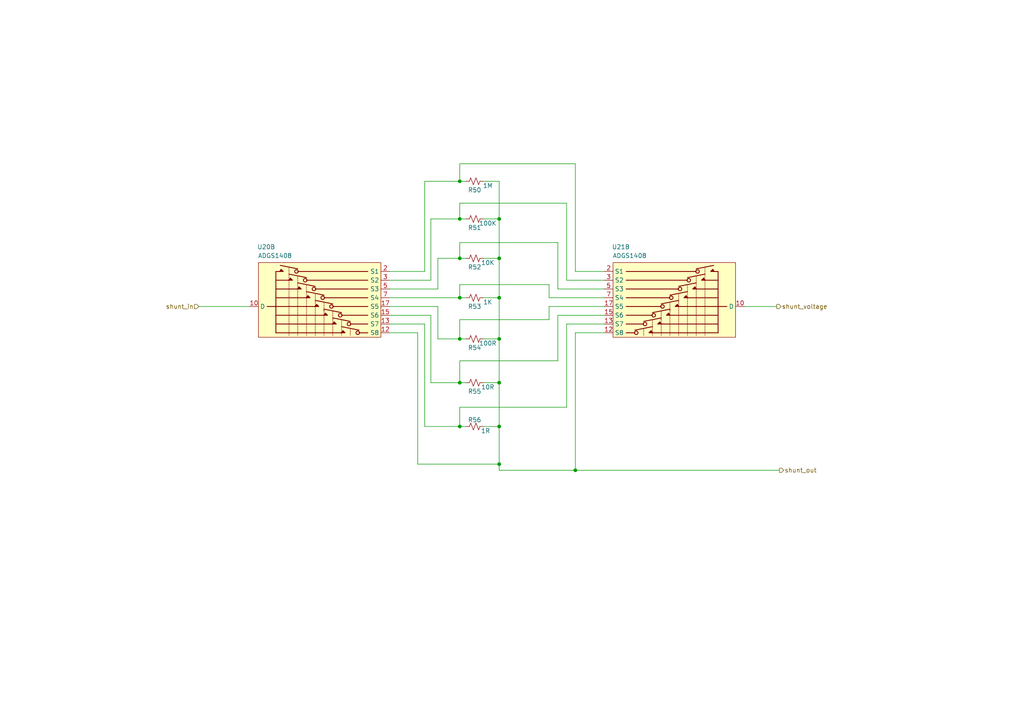
<source format=kicad_sch>
(kicad_sch (version 20211123) (generator eeschema)
  (paper "A4")
  (lib_symbols
    (symbol "ADGS1408-MAGI_Symbols_1"
      (property "Reference" "U" (at -1.27 16.51 0))
      (property "Value" "ADGS1408-MAGI_Symbols_1" (at 10.16 13.97 0))
      (symbol "ADGS1408-MAGI_Symbols_1_1_1"
        (rectangle (start -19.05 13.97) (end 16.51 -13.97) (stroke (width 0.254)) (fill (type background)))
        (rectangle (start -11.43 1.27) (end 8.89 -1.27) (stroke (width 0.254)))
        (polyline (pts (xy -10.16 1.524) (xy -10.16 1.778)))
        (polyline (pts (xy -10.16 2.032) (xy -10.16 2.286)))
        (polyline (pts (xy -10.16 2.54) (xy -10.16 2.794)))
        (polyline (pts (xy -10.16 3.048) (xy -10.16 3.302)))
        (polyline (pts (xy -10.16 3.556) (xy -10.16 3.81)))
        (polyline (pts (xy -10.16 4.064) (xy -10.16 4.318)))
        (polyline (pts (xy -10.16 4.572) (xy -10.16 4.826)))
        (polyline (pts (xy -7.62 1.524) (xy -7.62 1.778)))
        (polyline (pts (xy -7.62 2.032) (xy -7.62 2.286)))
        (polyline (pts (xy -7.62 2.54) (xy -7.62 2.794)))
        (polyline (pts (xy -7.62 3.048) (xy -7.62 3.302)))
        (polyline (pts (xy -7.62 3.556) (xy -7.62 3.81)))
        (polyline (pts (xy -7.62 4.064) (xy -7.62 4.318)))
        (polyline (pts (xy -7.62 4.572) (xy -7.62 4.826)))
        (polyline (pts (xy -7.62 5.08) (xy -7.62 5.334)))
        (polyline (pts (xy -5.08 1.524) (xy -5.08 1.778)))
        (polyline (pts (xy -5.08 2.032) (xy -5.08 2.286)))
        (polyline (pts (xy -5.08 2.54) (xy -5.08 2.794)))
        (polyline (pts (xy -5.08 3.048) (xy -5.08 3.302)))
        (polyline (pts (xy -5.08 3.556) (xy -5.08 3.81)))
        (polyline (pts (xy -5.08 4.064) (xy -5.08 4.318)))
        (polyline (pts (xy -5.08 4.572) (xy -5.08 4.826)))
        (polyline (pts (xy -5.08 5.08) (xy -5.08 5.334)))
        (polyline (pts (xy -2.54 1.524) (xy -2.54 1.778)))
        (polyline (pts (xy -2.54 2.032) (xy -2.54 2.286)))
        (polyline (pts (xy -2.54 2.54) (xy -2.54 2.794)))
        (polyline (pts (xy -2.54 3.048) (xy -2.54 3.302)))
        (polyline (pts (xy -2.54 3.556) (xy -2.54 3.81)))
        (polyline (pts (xy -2.54 4.064) (xy -2.54 4.318)))
        (polyline (pts (xy -2.54 4.572) (xy -2.54 4.826)))
        (polyline (pts (xy -2.54 5.08) (xy -2.54 5.334)))
        (polyline (pts (xy 0 1.524) (xy 0 1.778)))
        (polyline (pts (xy 0 2.032) (xy 0 2.286)))
        (polyline (pts (xy 0 2.54) (xy 0 2.794)))
        (polyline (pts (xy 0 3.048) (xy 0 3.302)))
        (polyline (pts (xy 0 3.556) (xy 0 3.81)))
        (polyline (pts (xy 0 4.064) (xy 0 4.318)))
        (polyline (pts (xy 0 4.572) (xy 0 4.826)))
        (polyline (pts (xy 0 5.08) (xy 0 5.334)))
        (polyline (pts (xy 2.54 1.524) (xy 2.54 1.778)))
        (polyline (pts (xy 2.54 2.032) (xy 2.54 2.286)))
        (polyline (pts (xy 2.54 2.54) (xy 2.54 2.794)))
        (polyline (pts (xy 2.54 3.048) (xy 2.54 3.302)))
        (polyline (pts (xy 2.54 3.556) (xy 2.54 3.81)))
        (polyline (pts (xy 2.54 4.064) (xy 2.54 4.318)))
        (polyline (pts (xy 2.54 4.572) (xy 2.54 4.826)))
        (polyline (pts (xy 2.54 5.08) (xy 2.54 5.334)))
        (polyline (pts (xy 5.08 1.524) (xy 5.08 1.778)))
        (polyline (pts (xy 5.08 2.032) (xy 5.08 2.286)))
        (polyline (pts (xy 5.08 2.54) (xy 5.08 2.794)))
        (polyline (pts (xy 5.08 3.048) (xy 5.08 3.302)))
        (polyline (pts (xy 5.08 3.556) (xy 5.08 3.81)))
        (polyline (pts (xy 5.08 4.064) (xy 5.08 4.318)))
        (polyline (pts (xy 5.08 4.572) (xy 5.08 4.826)))
        (polyline (pts (xy 5.08 5.08) (xy 5.08 5.334)))
        (polyline (pts (xy 7.62 1.524) (xy 7.62 1.778)))
        (polyline (pts (xy 7.62 2.032) (xy 7.62 2.286)))
        (polyline (pts (xy 7.62 2.54) (xy 7.62 2.794)))
        (polyline (pts (xy 7.62 3.048) (xy 7.62 3.302)))
        (polyline (pts (xy 7.62 3.556) (xy 7.62 3.81)))
        (polyline (pts (xy 7.62 4.064) (xy 7.62 4.318)))
        (polyline (pts (xy 7.62 4.572) (xy 7.62 4.826)))
        (polyline (pts (xy 7.62 5.08) (xy 7.62 5.334)))
        (polyline (pts (xy -12.7 -11.43) (xy -6.35 -11.43) (xy -6.35 -1.27)) (stroke (width 0.254)))
        (polyline (pts (xy -12.7 -8.89) (xy -7.62 -8.89) (xy -7.62 -1.27)) (stroke (width 0.254)))
        (polyline (pts (xy -12.7 -3.81) (xy -10.16 -3.81) (xy -10.16 -1.27)) (stroke (width 0.254)))
        (polyline (pts (xy -12.7 -6.35) (xy -8.89 -6.35) (xy -8.89 -3.81) (xy -8.89 -1.27)) (stroke (width 0.254)))
        (text "SHIFT REGISTER" (at -1.27 0 0) (effects (font (size 1.27 1.27))))
        (pin power_in line (at -3.81 -16.51 90) (length 2.54) (name "VSS") (number "1"))
        (pin input line (at -2.54 16.51 270) (length 2.54) (name "~{RST}") (number "14"))
        (pin input line (at 19.05 11.43 180) (length 2.54) (name "CNV") (number "16"))
        (pin power_in line (at 2.54 16.51 270) (length 2.54) (name "VDD") (number "18"))
        (pin output line (at 19.05 8.89 180) (length 2.54) (name "GPO1") (number "19"))
        (pin output line (at 19.05 -8.89 180) (length 2.54) (name "SDO") (number "20"))
        (pin input line (at -21.59 -6.35 0) (length 2.54) (name "~{CS}") (number "21"))
        (pin input line (at -21.59 -8.89 0) (length 2.54) (name "SCLK") (number "22"))
        (pin input line (at 19.05 -6.35 180) (length 2.54) (name "SDI") (number "23"))
        (pin output line (at 19.05 6.35 180) (length 2.54) (name "GPO2") (number "24"))
        (pin power_in line (at -3.81 -16.51 90) (length 2.54) hide (name "VSS") (number "25"))
        (pin power_in line (at 1.27 -16.51 90) (length 2.54) (name "GND") (number "4"))
        (pin output line (at 19.05 3.81 180) (length 2.54) (name "GPO3") (number "6"))
      )
      (symbol "ADGS1408-MAGI_Symbols_1_2_1"
        (circle (center -8.509 -8.89) (radius 0.508) (stroke (width 0.254)))
        (circle (center -5.969 -6.35) (radius 0.508) (stroke (width 0.254)))
        (circle (center -3.429 -3.81) (radius 0.508) (stroke (width 0.254)))
        (circle (center -0.889 -1.27) (radius 0.508) (stroke (width 0.254)))
        (polyline (pts (xy -8.89 -8.89) (xy -11.43 -8.89)) (stroke (width 0.254)))
        (polyline (pts (xy -8.89 -8.128) (xy -3.81 -7.112)) (stroke (width 0.254)))
        (polyline (pts (xy -6.35 -9.652) (xy -6.35 -9.398)))
        (polyline (pts (xy -6.35 -9.144) (xy -6.35 -8.89)))
        (polyline (pts (xy -6.35 -8.636) (xy -6.35 -8.382)))
        (polyline (pts (xy -6.35 -8.128) (xy -6.35 -7.874)))
        (polyline (pts (xy -6.35 -6.35) (xy -11.43 -6.35)) (stroke (width 0.254)))
        (polyline (pts (xy -6.35 -5.588) (xy -1.27 -4.572)) (stroke (width 0.254)))
        (polyline (pts (xy -3.81 -9.652) (xy -3.81 -9.398)))
        (polyline (pts (xy -3.81 -9.144) (xy -3.81 -8.89)))
        (polyline (pts (xy -3.81 -8.89) (xy 15.24 -8.89)) (stroke (width 0.254)))
        (polyline (pts (xy -3.81 -8.636) (xy -3.81 -8.382)))
        (polyline (pts (xy -3.81 -8.128) (xy -3.81 -7.874)))
        (polyline (pts (xy -3.81 -7.62) (xy -3.81 -7.366)))
        (polyline (pts (xy -3.81 -7.112) (xy -3.81 -6.858)))
        (polyline (pts (xy -3.81 -6.604) (xy -3.81 -6.35)))
        (polyline (pts (xy -3.81 -6.096) (xy -3.81 -5.842)))
        (polyline (pts (xy -3.81 -5.588) (xy -3.81 -5.334)))
        (polyline (pts (xy -3.81 -3.81) (xy -11.43 -3.81)) (stroke (width 0.254)))
        (polyline (pts (xy -3.81 -3.048) (xy 1.27 -2.032)) (stroke (width 0.254)))
        (polyline (pts (xy -1.27 -9.652) (xy -1.27 -9.398)))
        (polyline (pts (xy -1.27 -9.144) (xy -1.27 -8.89)))
        (polyline (pts (xy -1.27 -8.636) (xy -1.27 -8.382)))
        (polyline (pts (xy -1.27 -8.128) (xy -1.27 -7.874)))
        (polyline (pts (xy -1.27 -7.62) (xy -1.27 -7.366)))
        (polyline (pts (xy -1.27 -7.112) (xy -1.27 -6.858)))
        (polyline (pts (xy -1.27 -6.604) (xy -1.27 -6.35)))
        (polyline (pts (xy -1.27 -6.35) (xy 15.24 -6.35)) (stroke (width 0.254)))
        (polyline (pts (xy -1.27 -6.096) (xy -1.27 -5.842)))
        (polyline (pts (xy -1.27 -5.588) (xy -1.27 -5.334)))
        (polyline (pts (xy -1.27 -5.08) (xy -1.27 -4.826)))
        (polyline (pts (xy -1.27 -5.08) (xy -1.27 -4.826)))
        (polyline (pts (xy -1.27 -5.08) (xy -1.27 -4.826)))
        (polyline (pts (xy -1.27 -5.08) (xy -1.27 -4.826)))
        (polyline (pts (xy -1.27 -4.572) (xy -1.27 -4.318)))
        (polyline (pts (xy -1.27 -4.064) (xy -1.27 -3.81)))
        (polyline (pts (xy -1.27 -3.556) (xy -1.27 -3.302)))
        (polyline (pts (xy -1.27 -3.048) (xy -1.27 -2.794)))
        (polyline (pts (xy -1.27 -1.27) (xy -11.43 -1.27)) (stroke (width 0.254)))
        (polyline (pts (xy -1.27 -0.508) (xy 3.81 0.508)) (stroke (width 0.254)))
        (polyline (pts (xy 1.27 -9.652) (xy 1.27 -9.398)))
        (polyline (pts (xy 1.27 -9.144) (xy 1.27 -8.89)))
        (polyline (pts (xy 1.27 -8.636) (xy 1.27 -8.382)))
        (polyline (pts (xy 1.27 -8.128) (xy 1.27 -7.874)))
        (polyline (pts (xy 1.27 -7.62) (xy 1.27 -7.366)))
        (polyline (pts (xy 1.27 -7.112) (xy 1.27 -6.858)))
        (polyline (pts (xy 1.27 -6.604) (xy 1.27 -6.35)))
        (polyline (pts (xy 1.27 -6.096) (xy 1.27 -5.842)))
        (polyline (pts (xy 1.27 -5.588) (xy 1.27 -5.334)))
        (polyline (pts (xy 1.27 -5.08) (xy 1.27 -4.826)))
        (polyline (pts (xy 1.27 -4.572) (xy 1.27 -4.318)))
        (polyline (pts (xy 1.27 -4.064) (xy 1.27 -3.81)))
        (polyline (pts (xy 1.27 -3.81) (xy 15.24 -3.81)) (stroke (width 0.254)))
        (polyline (pts (xy 1.27 -3.556) (xy 1.27 -3.302)))
        (polyline (pts (xy 1.27 -3.048) (xy 1.27 -2.794)))
        (polyline (pts (xy 1.27 -2.54) (xy 1.27 -2.286)))
        (polyline (pts (xy 1.27 -2.54) (xy 1.27 -2.286)))
        (polyline (pts (xy 1.27 -2.54) (xy 1.27 -2.286)))
        (polyline (pts (xy 1.27 -2.032) (xy 1.27 -1.778)))
        (polyline (pts (xy 1.27 -1.524) (xy 1.27 -1.27)))
        (polyline (pts (xy 1.27 -1.016) (xy 1.27 -0.762)))
        (polyline (pts (xy 1.27 -0.508) (xy 1.27 -0.254)))
        (polyline (pts (xy 1.27 1.27) (xy -11.43 1.27)) (stroke (width 0.254)))
        (polyline (pts (xy 1.27 2.032) (xy 6.35 3.048)) (stroke (width 0.254)))
        (polyline (pts (xy 3.81 -9.652) (xy 3.81 -9.398)))
        (polyline (pts (xy 3.81 -9.144) (xy 3.81 -8.89)))
        (polyline (pts (xy 3.81 -8.636) (xy 3.81 -8.382)))
        (polyline (pts (xy 3.81 -8.128) (xy 3.81 -7.874)))
        (polyline (pts (xy 3.81 -7.62) (xy 3.81 -7.366)))
        (polyline (pts (xy 3.81 -7.112) (xy 3.81 -6.858)))
        (polyline (pts (xy 3.81 -6.604) (xy 3.81 -6.35)))
        (polyline (pts (xy 3.81 -6.096) (xy 3.81 -5.842)))
        (polyline (pts (xy 3.81 -5.588) (xy 3.81 -5.334)))
        (polyline (pts (xy 3.81 -5.08) (xy 3.81 -4.826)))
        (polyline (pts (xy 3.81 -4.572) (xy 3.81 -4.318)))
        (polyline (pts (xy 3.81 -4.064) (xy 3.81 -3.81)))
        (polyline (pts (xy 3.81 -3.556) (xy 3.81 -3.302)))
        (polyline (pts (xy 3.81 -3.048) (xy 3.81 -2.794)))
        (polyline (pts (xy 3.81 -2.54) (xy 3.81 -2.286)))
        (polyline (pts (xy 3.81 -2.032) (xy 3.81 -1.778)))
        (polyline (pts (xy 3.81 -1.524) (xy 3.81 -1.27)))
        (polyline (pts (xy 3.81 -1.27) (xy 15.24 -1.27)) (stroke (width 0.254)))
        (polyline (pts (xy 3.81 -1.016) (xy 3.81 -0.762)))
        (polyline (pts (xy 3.81 -0.508) (xy 3.81 -0.254)))
        (polyline (pts (xy 3.81 0) (xy 3.81 0.254)))
        (polyline (pts (xy 3.81 0) (xy 3.81 0.254)))
        (polyline (pts (xy 3.81 0.508) (xy 3.81 0.762)))
        (polyline (pts (xy 3.81 1.016) (xy 3.81 1.27)))
        (polyline (pts (xy 3.81 1.524) (xy 3.81 1.778)))
        (polyline (pts (xy 3.81 2.032) (xy 3.81 2.286)))
        (polyline (pts (xy 3.81 3.81) (xy -11.43 3.81)) (stroke (width 0.254)))
        (polyline (pts (xy 3.81 4.572) (xy 8.89 5.588)) (stroke (width 0.254)))
        (polyline (pts (xy 6.35 -9.652) (xy 6.35 -9.398)))
        (polyline (pts (xy 6.35 -9.144) (xy 6.35 -8.89)))
        (polyline (pts (xy 6.35 -8.636) (xy 6.35 -8.382)))
        (polyline (pts (xy 6.35 -8.128) (xy 6.35 -7.874)))
        (polyline (pts (xy 6.35 -7.62) (xy 6.35 -7.366)))
        (polyline (pts (xy 6.35 -7.112) (xy 6.35 -6.858)))
        (polyline (pts (xy 6.35 -6.604) (xy 6.35 -6.35)))
        (polyline (pts (xy 6.35 -6.096) (xy 6.35 -5.842)))
        (polyline (pts (xy 6.35 -5.588) (xy 6.35 -5.334)))
        (polyline (pts (xy 6.35 -5.08) (xy 6.35 -4.826)))
        (polyline (pts (xy 6.35 -4.572) (xy 6.35 -4.318)))
        (polyline (pts (xy 6.35 -4.064) (xy 6.35 -3.81)))
        (polyline (pts (xy 6.35 -3.556) (xy 6.35 -3.302)))
        (polyline (pts (xy 6.35 -3.048) (xy 6.35 -2.794)))
        (polyline (pts (xy 6.35 -2.54) (xy 6.35 -2.286)))
        (polyline (pts (xy 6.35 -2.032) (xy 6.35 -1.778)))
        (polyline (pts (xy 6.35 -1.524) (xy 6.35 -1.27)))
        (polyline (pts (xy 6.35 -1.016) (xy 6.35 -0.762)))
        (polyline (pts (xy 6.35 -0.508) (xy 6.35 -0.254)))
        (polyline (pts (xy 6.35 0) (xy 6.35 0.254)))
        (polyline (pts (xy 6.35 0.508) (xy 6.35 0.762)))
        (polyline (pts (xy 6.35 1.016) (xy 6.35 1.27)))
        (polyline (pts (xy 6.35 1.27) (xy 15.24 1.27)) (stroke (width 0.254)))
        (polyline (pts (xy 6.35 1.524) (xy 6.35 1.778)))
        (polyline (pts (xy 6.35 2.032) (xy 6.35 2.286)))
        (polyline (pts (xy 6.35 2.54) (xy 6.35 2.794)))
        (polyline (pts (xy 6.35 3.048) (xy 6.35 3.302)))
        (polyline (pts (xy 6.35 3.556) (xy 6.35 3.81)))
        (polyline (pts (xy 6.35 4.064) (xy 6.35 4.318)))
        (polyline (pts (xy 6.35 4.572) (xy 6.35 4.826)))
        (polyline (pts (xy 6.35 6.35) (xy -11.43 6.35)) (stroke (width 0.254)))
        (polyline (pts (xy 6.35 7.112) (xy 11.43 8.128)) (stroke (width 0.254)))
        (polyline (pts (xy 8.89 -9.652) (xy 8.89 -9.398)))
        (polyline (pts (xy 8.89 -9.144) (xy 8.89 -8.89)))
        (polyline (pts (xy 8.89 -8.636) (xy 8.89 -8.382)))
        (polyline (pts (xy 8.89 -8.128) (xy 8.89 -7.874)))
        (polyline (pts (xy 8.89 -7.62) (xy 8.89 -7.366)))
        (polyline (pts (xy 8.89 -7.112) (xy 8.89 -6.858)))
        (polyline (pts (xy 8.89 -6.604) (xy 8.89 -6.35)))
        (polyline (pts (xy 8.89 -6.096) (xy 8.89 -5.842)))
        (polyline (pts (xy 8.89 -5.588) (xy 8.89 -5.334)))
        (polyline (pts (xy 8.89 -5.08) (xy 8.89 -4.826)))
        (polyline (pts (xy 8.89 -4.572) (xy 8.89 -4.318)))
        (polyline (pts (xy 8.89 -4.064) (xy 8.89 -3.81)))
        (polyline (pts (xy 8.89 -3.556) (xy 8.89 -3.302)))
        (polyline (pts (xy 8.89 -3.048) (xy 8.89 -2.794)))
        (polyline (pts (xy 8.89 -2.54) (xy 8.89 -2.286)))
        (polyline (pts (xy 8.89 -2.032) (xy 8.89 -1.778)))
        (polyline (pts (xy 8.89 -1.524) (xy 8.89 -1.27)))
        (polyline (pts (xy 8.89 -1.016) (xy 8.89 -0.762)))
        (polyline (pts (xy 8.89 -0.508) (xy 8.89 -0.254)))
        (polyline (pts (xy 8.89 0) (xy 8.89 0.254)))
        (polyline (pts (xy 8.89 0.508) (xy 8.89 0.762)))
        (polyline (pts (xy 8.89 1.016) (xy 8.89 1.27)))
        (polyline (pts (xy 8.89 1.524) (xy 8.89 1.778)))
        (polyline (pts (xy 8.89 2.032) (xy 8.89 2.286)))
        (polyline (pts (xy 8.89 2.54) (xy 8.89 2.794)))
        (polyline (pts (xy 8.89 3.048) (xy 8.89 3.302)))
        (polyline (pts (xy 8.89 3.556) (xy 8.89 3.81)))
        (polyline (pts (xy 8.89 3.81) (xy 15.24 3.81)) (stroke (width 0.254)))
        (polyline (pts (xy 8.89 4.064) (xy 8.89 4.318)))
        (polyline (pts (xy 8.89 4.572) (xy 8.89 4.826)))
        (polyline (pts (xy 8.89 5.08) (xy 8.89 5.334)))
        (polyline (pts (xy 8.89 5.588) (xy 8.89 5.842)))
        (polyline (pts (xy 8.89 6.096) (xy 8.89 6.35)))
        (polyline (pts (xy 8.89 6.604) (xy 8.89 6.858)))
        (polyline (pts (xy 8.89 7.112) (xy 8.89 7.366)))
        (polyline (pts (xy 8.89 8.89) (xy -11.43 8.89)) (stroke (width 0.254)))
        (polyline (pts (xy 8.89 9.652) (xy 13.97 10.668)) (stroke (width 0.254)))
        (polyline (pts (xy 11.43 -9.652) (xy 11.43 -9.398)))
        (polyline (pts (xy 11.43 -9.144) (xy 11.43 -8.89)))
        (polyline (pts (xy 11.43 -8.636) (xy 11.43 -8.382)))
        (polyline (pts (xy 11.43 -8.128) (xy 11.43 -7.874)))
        (polyline (pts (xy 11.43 -7.62) (xy 11.43 -7.366)))
        (polyline (pts (xy 11.43 -7.112) (xy 11.43 -6.858)))
        (polyline (pts (xy 11.43 -6.604) (xy 11.43 -6.35)))
        (polyline (pts (xy 11.43 -6.096) (xy 11.43 -5.842)))
        (polyline (pts (xy 11.43 -5.588) (xy 11.43 -5.334)))
        (polyline (pts (xy 11.43 -5.08) (xy 11.43 -4.826)))
        (polyline (pts (xy 11.43 -4.572) (xy 11.43 -4.318)))
        (polyline (pts (xy 11.43 -4.064) (xy 11.43 -3.81)))
        (polyline (pts (xy 11.43 -3.556) (xy 11.43 -3.302)))
        (polyline (pts (xy 11.43 -3.048) (xy 11.43 -2.794)))
        (polyline (pts (xy 11.43 -2.54) (xy 11.43 -2.286)))
        (polyline (pts (xy 11.43 -2.032) (xy 11.43 -1.778)))
        (polyline (pts (xy 11.43 -1.524) (xy 11.43 -1.27)))
        (polyline (pts (xy 11.43 -1.016) (xy 11.43 -0.762)))
        (polyline (pts (xy 11.43 -0.508) (xy 11.43 -0.254)))
        (polyline (pts (xy 11.43 0) (xy 11.43 0.254)))
        (polyline (pts (xy 11.43 0.508) (xy 11.43 0.762)))
        (polyline (pts (xy 11.43 1.016) (xy 11.43 1.27)))
        (polyline (pts (xy 11.43 1.524) (xy 11.43 1.778)))
        (polyline (pts (xy 11.43 2.032) (xy 11.43 2.286)))
        (polyline (pts (xy 11.43 2.54) (xy 11.43 2.794)))
        (polyline (pts (xy 11.43 3.048) (xy 11.43 3.302)))
        (polyline (pts (xy 11.43 3.556) (xy 11.43 3.81)))
        (polyline (pts (xy 11.43 4.064) (xy 11.43 4.318)))
        (polyline (pts (xy 11.43 4.572) (xy 11.43 4.826)))
        (polyline (pts (xy 11.43 5.08) (xy 11.43 5.334)))
        (polyline (pts (xy 11.43 5.588) (xy 11.43 5.842)))
        (polyline (pts (xy 11.43 6.096) (xy 11.43 6.35)))
        (polyline (pts (xy 11.43 6.35) (xy 15.24 6.35)) (stroke (width 0.254)))
        (polyline (pts (xy 11.43 6.604) (xy 11.43 6.858)))
        (polyline (pts (xy 11.43 7.112) (xy 11.43 7.366)))
        (polyline (pts (xy 11.43 7.62) (xy 11.43 7.874)))
        (polyline (pts (xy 11.43 8.128) (xy 11.43 8.382)))
        (polyline (pts (xy 11.43 8.636) (xy 11.43 8.89)))
        (polyline (pts (xy 11.43 9.144) (xy 11.43 9.398)))
        (polyline (pts (xy 11.43 9.652) (xy 11.43 9.906)))
        (polyline (pts (xy 13.97 8.89) (xy 15.24 8.89)) (stroke (width 0.254)))
        (polyline (pts (xy 15.24 -1.27) (xy 17.78 -1.27)) (stroke (width 0.254)))
        (polyline (pts (xy 15.24 8.89) (xy 15.24 -8.89)) (stroke (width 0.254)))
        (polyline (pts (xy -3.683 -8.89) (xy -4.826 -8.89) (xy -4.191 -8.255) (xy -3.81 -8.89)) (stroke (width 0.254)) (fill (type outline)))
        (polyline (pts (xy -1.143 -6.35) (xy -2.286 -6.35) (xy -1.651 -5.715) (xy -1.27 -6.35)) (stroke (width 0.254)) (fill (type outline)))
        (polyline (pts (xy 1.397 -3.81) (xy 0.254 -3.81) (xy 0.889 -3.175) (xy 1.27 -3.81)) (stroke (width 0.254)) (fill (type outline)))
        (polyline (pts (xy 3.937 -1.27) (xy 2.794 -1.27) (xy 3.429 -0.635) (xy 3.81 -1.27)) (stroke (width 0.254)) (fill (type outline)))
        (polyline (pts (xy 6.477 1.27) (xy 5.334 1.27) (xy 5.969 1.905) (xy 6.35 1.27)) (stroke (width 0.254)) (fill (type outline)))
        (polyline (pts (xy 9.017 3.81) (xy 7.874 3.81) (xy 8.509 4.445) (xy 8.89 3.81)) (stroke (width 0.254)) (fill (type outline)))
        (polyline (pts (xy 11.557 6.35) (xy 10.414 6.35) (xy 11.049 6.985) (xy 11.43 6.35)) (stroke (width 0.254)) (fill (type outline)))
        (polyline (pts (xy 14.224 8.89) (xy 13.081 8.89) (xy 13.716 9.525) (xy 14.097 8.89)) (stroke (width 0.254)) (fill (type outline)))
        (circle (center 1.651 1.27) (radius 0.508) (stroke (width 0.254)))
        (circle (center 4.191 3.81) (radius 0.508) (stroke (width 0.254)))
        (circle (center 6.731 6.35) (radius 0.508) (stroke (width 0.254)))
        (circle (center 9.271 8.89) (radius 0.508) (stroke (width 0.254)))
        (rectangle (start 20.32 -10.16) (end -15.24 11.43) (fill (type background)))
        (pin passive line (at 22.86 -1.27 180) (length 2.54) (name "D") (number "10"))
        (pin passive line (at -17.78 -8.89 0) (length 2.54) (name "S8") (number "12"))
        (pin passive line (at -17.78 -6.35 0) (length 2.54) (name "S7") (number "13"))
        (pin passive line (at -17.78 -3.81 0) (length 2.54) (name "S6") (number "15"))
        (pin passive line (at -17.78 -1.27 0) (length 2.54) (name "S5") (number "17"))
        (pin passive line (at -17.78 8.89 0) (length 2.54) (name "S1") (number "2"))
        (pin passive line (at -17.78 6.35 0) (length 2.54) (name "S2") (number "3"))
        (pin passive line (at -17.78 3.81 0) (length 2.54) (name "S3") (number "5"))
        (pin passive line (at -17.78 1.27 0) (length 2.54) (name "S4") (number "7"))
      )
    )
    (symbol "Device:R_Small_US" (pin_numbers hide) (pin_names (offset 0.254) hide)
      (property "Reference" "R" (at 0.762 0.508 0))
      (property "Value" "R_Small_US" (at 0.762 -1.016 0))
      (symbol "R_Small_US_1_1"
        (polyline (pts (xy 0 0) (xy 1.016 -0.381) (xy 0 -0.762) (xy -1.016 -1.143) (xy 0 -1.524)))
        (polyline (pts (xy 0 1.524) (xy 1.016 1.143) (xy 0 0.762) (xy -1.016 0.381) (xy 0 0)))
        (pin passive line (at 0 2.54 270) (length 1.016) (name "~") (number "1"))
        (pin passive line (at 0 -2.54 90) (length 1.016) (name "~") (number "2"))
      )
    )
    (symbol "SMUTestFixture-rescue:ADGS1408-MAGI_Symbols"
      (property "Reference" "U" (at -1.27 16.51 0))
      (property "Value" "ADGS1408-MAGI_Symbols" (at 10.16 13.97 0))
      (symbol "ADGS1408-MAGI_Symbols_1_1"
        (rectangle (start -19.05 13.97) (end 16.51 -13.97) (stroke (width 0.254)) (fill (type background)))
        (rectangle (start -11.43 1.27) (end 8.89 -1.27) (stroke (width 0.254)))
        (polyline (pts (xy -10.16 1.524) (xy -10.16 1.778)))
        (polyline (pts (xy -10.16 2.032) (xy -10.16 2.286)))
        (polyline (pts (xy -10.16 2.54) (xy -10.16 2.794)))
        (polyline (pts (xy -10.16 3.048) (xy -10.16 3.302)))
        (polyline (pts (xy -10.16 3.556) (xy -10.16 3.81)))
        (polyline (pts (xy -10.16 4.064) (xy -10.16 4.318)))
        (polyline (pts (xy -10.16 4.572) (xy -10.16 4.826)))
        (polyline (pts (xy -7.62 1.524) (xy -7.62 1.778)))
        (polyline (pts (xy -7.62 2.032) (xy -7.62 2.286)))
        (polyline (pts (xy -7.62 2.54) (xy -7.62 2.794)))
        (polyline (pts (xy -7.62 3.048) (xy -7.62 3.302)))
        (polyline (pts (xy -7.62 3.556) (xy -7.62 3.81)))
        (polyline (pts (xy -7.62 4.064) (xy -7.62 4.318)))
        (polyline (pts (xy -7.62 4.572) (xy -7.62 4.826)))
        (polyline (pts (xy -7.62 5.08) (xy -7.62 5.334)))
        (polyline (pts (xy -5.08 1.524) (xy -5.08 1.778)))
        (polyline (pts (xy -5.08 2.032) (xy -5.08 2.286)))
        (polyline (pts (xy -5.08 2.54) (xy -5.08 2.794)))
        (polyline (pts (xy -5.08 3.048) (xy -5.08 3.302)))
        (polyline (pts (xy -5.08 3.556) (xy -5.08 3.81)))
        (polyline (pts (xy -5.08 4.064) (xy -5.08 4.318)))
        (polyline (pts (xy -5.08 4.572) (xy -5.08 4.826)))
        (polyline (pts (xy -5.08 5.08) (xy -5.08 5.334)))
        (polyline (pts (xy -2.54 1.524) (xy -2.54 1.778)))
        (polyline (pts (xy -2.54 2.032) (xy -2.54 2.286)))
        (polyline (pts (xy -2.54 2.54) (xy -2.54 2.794)))
        (polyline (pts (xy -2.54 3.048) (xy -2.54 3.302)))
        (polyline (pts (xy -2.54 3.556) (xy -2.54 3.81)))
        (polyline (pts (xy -2.54 4.064) (xy -2.54 4.318)))
        (polyline (pts (xy -2.54 4.572) (xy -2.54 4.826)))
        (polyline (pts (xy -2.54 5.08) (xy -2.54 5.334)))
        (polyline (pts (xy 0 1.524) (xy 0 1.778)))
        (polyline (pts (xy 0 2.032) (xy 0 2.286)))
        (polyline (pts (xy 0 2.54) (xy 0 2.794)))
        (polyline (pts (xy 0 3.048) (xy 0 3.302)))
        (polyline (pts (xy 0 3.556) (xy 0 3.81)))
        (polyline (pts (xy 0 4.064) (xy 0 4.318)))
        (polyline (pts (xy 0 4.572) (xy 0 4.826)))
        (polyline (pts (xy 0 5.08) (xy 0 5.334)))
        (polyline (pts (xy 2.54 1.524) (xy 2.54 1.778)))
        (polyline (pts (xy 2.54 2.032) (xy 2.54 2.286)))
        (polyline (pts (xy 2.54 2.54) (xy 2.54 2.794)))
        (polyline (pts (xy 2.54 3.048) (xy 2.54 3.302)))
        (polyline (pts (xy 2.54 3.556) (xy 2.54 3.81)))
        (polyline (pts (xy 2.54 4.064) (xy 2.54 4.318)))
        (polyline (pts (xy 2.54 4.572) (xy 2.54 4.826)))
        (polyline (pts (xy 2.54 5.08) (xy 2.54 5.334)))
        (polyline (pts (xy 5.08 1.524) (xy 5.08 1.778)))
        (polyline (pts (xy 5.08 2.032) (xy 5.08 2.286)))
        (polyline (pts (xy 5.08 2.54) (xy 5.08 2.794)))
        (polyline (pts (xy 5.08 3.048) (xy 5.08 3.302)))
        (polyline (pts (xy 5.08 3.556) (xy 5.08 3.81)))
        (polyline (pts (xy 5.08 4.064) (xy 5.08 4.318)))
        (polyline (pts (xy 5.08 4.572) (xy 5.08 4.826)))
        (polyline (pts (xy 5.08 5.08) (xy 5.08 5.334)))
        (polyline (pts (xy 7.62 1.524) (xy 7.62 1.778)))
        (polyline (pts (xy 7.62 2.032) (xy 7.62 2.286)))
        (polyline (pts (xy 7.62 2.54) (xy 7.62 2.794)))
        (polyline (pts (xy 7.62 3.048) (xy 7.62 3.302)))
        (polyline (pts (xy 7.62 3.556) (xy 7.62 3.81)))
        (polyline (pts (xy 7.62 4.064) (xy 7.62 4.318)))
        (polyline (pts (xy 7.62 4.572) (xy 7.62 4.826)))
        (polyline (pts (xy 7.62 5.08) (xy 7.62 5.334)))
        (polyline (pts (xy -12.7 -11.43) (xy -6.35 -11.43) (xy -6.35 -1.27)) (stroke (width 0.254)))
        (polyline (pts (xy -12.7 -8.89) (xy -7.62 -8.89) (xy -7.62 -1.27)) (stroke (width 0.254)))
        (polyline (pts (xy -12.7 -3.81) (xy -10.16 -3.81) (xy -10.16 -1.27)) (stroke (width 0.254)))
        (polyline (pts (xy -12.7 -6.35) (xy -8.89 -6.35) (xy -8.89 -3.81) (xy -8.89 -1.27)) (stroke (width 0.254)))
        (text "SHIFT REGISTER" (at -1.27 0 0) (effects (font (size 1.27 1.27))))
        (pin power_in line (at -3.81 -16.51 90) (length 2.54) (name "VSS") (number "1"))
        (pin input line (at -2.54 16.51 270) (length 2.54) (name "~{RST}") (number "14"))
        (pin input line (at 19.05 11.43 180) (length 2.54) (name "CNV") (number "16"))
        (pin power_in line (at 2.54 16.51 270) (length 2.54) (name "VDD") (number "18"))
        (pin output line (at 19.05 8.89 180) (length 2.54) (name "GPO1") (number "19"))
        (pin output line (at 19.05 -8.89 180) (length 2.54) (name "SDO") (number "20"))
        (pin input line (at -21.59 -6.35 0) (length 2.54) (name "~{CS}") (number "21"))
        (pin input line (at -21.59 -8.89 0) (length 2.54) (name "SCLK") (number "22"))
        (pin input line (at 19.05 -6.35 180) (length 2.54) (name "SDI") (number "23"))
        (pin output line (at 19.05 6.35 180) (length 2.54) (name "GPO2") (number "24"))
        (pin power_in line (at -3.81 -16.51 90) (length 2.54) hide (name "VSS") (number "25"))
        (pin power_in line (at 1.27 -16.51 90) (length 2.54) (name "GND") (number "4"))
        (pin output line (at 19.05 3.81 180) (length 2.54) (name "GPO3") (number "6"))
      )
      (symbol "ADGS1408-MAGI_Symbols_2_1"
        (circle (center -8.509 -8.89) (radius 0.508) (stroke (width 0.254)))
        (circle (center -5.969 -6.35) (radius 0.508) (stroke (width 0.254)))
        (circle (center -3.429 -3.81) (radius 0.508) (stroke (width 0.254)))
        (circle (center -0.889 -1.27) (radius 0.508) (stroke (width 0.254)))
        (polyline (pts (xy -8.89 -8.89) (xy -11.43 -8.89)) (stroke (width 0.254)))
        (polyline (pts (xy -8.89 -8.128) (xy -3.81 -7.112)) (stroke (width 0.254)))
        (polyline (pts (xy -6.35 -9.652) (xy -6.35 -9.398)))
        (polyline (pts (xy -6.35 -9.144) (xy -6.35 -8.89)))
        (polyline (pts (xy -6.35 -8.636) (xy -6.35 -8.382)))
        (polyline (pts (xy -6.35 -8.128) (xy -6.35 -7.874)))
        (polyline (pts (xy -6.35 -6.35) (xy -11.43 -6.35)) (stroke (width 0.254)))
        (polyline (pts (xy -6.35 -5.588) (xy -1.27 -4.572)) (stroke (width 0.254)))
        (polyline (pts (xy -3.81 -9.652) (xy -3.81 -9.398)))
        (polyline (pts (xy -3.81 -9.144) (xy -3.81 -8.89)))
        (polyline (pts (xy -3.81 -8.89) (xy 15.24 -8.89)) (stroke (width 0.254)))
        (polyline (pts (xy -3.81 -8.636) (xy -3.81 -8.382)))
        (polyline (pts (xy -3.81 -8.128) (xy -3.81 -7.874)))
        (polyline (pts (xy -3.81 -7.62) (xy -3.81 -7.366)))
        (polyline (pts (xy -3.81 -7.112) (xy -3.81 -6.858)))
        (polyline (pts (xy -3.81 -6.604) (xy -3.81 -6.35)))
        (polyline (pts (xy -3.81 -6.096) (xy -3.81 -5.842)))
        (polyline (pts (xy -3.81 -5.588) (xy -3.81 -5.334)))
        (polyline (pts (xy -3.81 -3.81) (xy -11.43 -3.81)) (stroke (width 0.254)))
        (polyline (pts (xy -3.81 -3.048) (xy 1.27 -2.032)) (stroke (width 0.254)))
        (polyline (pts (xy -1.27 -9.652) (xy -1.27 -9.398)))
        (polyline (pts (xy -1.27 -9.144) (xy -1.27 -8.89)))
        (polyline (pts (xy -1.27 -8.636) (xy -1.27 -8.382)))
        (polyline (pts (xy -1.27 -8.128) (xy -1.27 -7.874)))
        (polyline (pts (xy -1.27 -7.62) (xy -1.27 -7.366)))
        (polyline (pts (xy -1.27 -7.112) (xy -1.27 -6.858)))
        (polyline (pts (xy -1.27 -6.604) (xy -1.27 -6.35)))
        (polyline (pts (xy -1.27 -6.35) (xy 15.24 -6.35)) (stroke (width 0.254)))
        (polyline (pts (xy -1.27 -6.096) (xy -1.27 -5.842)))
        (polyline (pts (xy -1.27 -5.588) (xy -1.27 -5.334)))
        (polyline (pts (xy -1.27 -5.08) (xy -1.27 -4.826)))
        (polyline (pts (xy -1.27 -5.08) (xy -1.27 -4.826)))
        (polyline (pts (xy -1.27 -5.08) (xy -1.27 -4.826)))
        (polyline (pts (xy -1.27 -5.08) (xy -1.27 -4.826)))
        (polyline (pts (xy -1.27 -4.572) (xy -1.27 -4.318)))
        (polyline (pts (xy -1.27 -4.064) (xy -1.27 -3.81)))
        (polyline (pts (xy -1.27 -3.556) (xy -1.27 -3.302)))
        (polyline (pts (xy -1.27 -3.048) (xy -1.27 -2.794)))
        (polyline (pts (xy -1.27 -1.27) (xy -11.43 -1.27)) (stroke (width 0.254)))
        (polyline (pts (xy -1.27 -0.508) (xy 3.81 0.508)) (stroke (width 0.254)))
        (polyline (pts (xy 1.27 -9.652) (xy 1.27 -9.398)))
        (polyline (pts (xy 1.27 -9.144) (xy 1.27 -8.89)))
        (polyline (pts (xy 1.27 -8.636) (xy 1.27 -8.382)))
        (polyline (pts (xy 1.27 -8.128) (xy 1.27 -7.874)))
        (polyline (pts (xy 1.27 -7.62) (xy 1.27 -7.366)))
        (polyline (pts (xy 1.27 -7.112) (xy 1.27 -6.858)))
        (polyline (pts (xy 1.27 -6.604) (xy 1.27 -6.35)))
        (polyline (pts (xy 1.27 -6.096) (xy 1.27 -5.842)))
        (polyline (pts (xy 1.27 -5.588) (xy 1.27 -5.334)))
        (polyline (pts (xy 1.27 -5.08) (xy 1.27 -4.826)))
        (polyline (pts (xy 1.27 -4.572) (xy 1.27 -4.318)))
        (polyline (pts (xy 1.27 -4.064) (xy 1.27 -3.81)))
        (polyline (pts (xy 1.27 -3.81) (xy 15.24 -3.81)) (stroke (width 0.254)))
        (polyline (pts (xy 1.27 -3.556) (xy 1.27 -3.302)))
        (polyline (pts (xy 1.27 -3.048) (xy 1.27 -2.794)))
        (polyline (pts (xy 1.27 -2.54) (xy 1.27 -2.286)))
        (polyline (pts (xy 1.27 -2.54) (xy 1.27 -2.286)))
        (polyline (pts (xy 1.27 -2.54) (xy 1.27 -2.286)))
        (polyline (pts (xy 1.27 -2.032) (xy 1.27 -1.778)))
        (polyline (pts (xy 1.27 -1.524) (xy 1.27 -1.27)))
        (polyline (pts (xy 1.27 -1.016) (xy 1.27 -0.762)))
        (polyline (pts (xy 1.27 -0.508) (xy 1.27 -0.254)))
        (polyline (pts (xy 1.27 1.27) (xy -11.43 1.27)) (stroke (width 0.254)))
        (polyline (pts (xy 1.27 2.032) (xy 6.35 3.048)) (stroke (width 0.254)))
        (polyline (pts (xy 3.81 -9.652) (xy 3.81 -9.398)))
        (polyline (pts (xy 3.81 -9.144) (xy 3.81 -8.89)))
        (polyline (pts (xy 3.81 -8.636) (xy 3.81 -8.382)))
        (polyline (pts (xy 3.81 -8.128) (xy 3.81 -7.874)))
        (polyline (pts (xy 3.81 -7.62) (xy 3.81 -7.366)))
        (polyline (pts (xy 3.81 -7.112) (xy 3.81 -6.858)))
        (polyline (pts (xy 3.81 -6.604) (xy 3.81 -6.35)))
        (polyline (pts (xy 3.81 -6.096) (xy 3.81 -5.842)))
        (polyline (pts (xy 3.81 -5.588) (xy 3.81 -5.334)))
        (polyline (pts (xy 3.81 -5.08) (xy 3.81 -4.826)))
        (polyline (pts (xy 3.81 -4.572) (xy 3.81 -4.318)))
        (polyline (pts (xy 3.81 -4.064) (xy 3.81 -3.81)))
        (polyline (pts (xy 3.81 -3.556) (xy 3.81 -3.302)))
        (polyline (pts (xy 3.81 -3.048) (xy 3.81 -2.794)))
        (polyline (pts (xy 3.81 -2.54) (xy 3.81 -2.286)))
        (polyline (pts (xy 3.81 -2.032) (xy 3.81 -1.778)))
        (polyline (pts (xy 3.81 -1.524) (xy 3.81 -1.27)))
        (polyline (pts (xy 3.81 -1.27) (xy 15.24 -1.27)) (stroke (width 0.254)))
        (polyline (pts (xy 3.81 -1.016) (xy 3.81 -0.762)))
        (polyline (pts (xy 3.81 -0.508) (xy 3.81 -0.254)))
        (polyline (pts (xy 3.81 0) (xy 3.81 0.254)))
        (polyline (pts (xy 3.81 0) (xy 3.81 0.254)))
        (polyline (pts (xy 3.81 0.508) (xy 3.81 0.762)))
        (polyline (pts (xy 3.81 1.016) (xy 3.81 1.27)))
        (polyline (pts (xy 3.81 1.524) (xy 3.81 1.778)))
        (polyline (pts (xy 3.81 2.032) (xy 3.81 2.286)))
        (polyline (pts (xy 3.81 3.81) (xy -11.43 3.81)) (stroke (width 0.254)))
        (polyline (pts (xy 3.81 4.572) (xy 8.89 5.588)) (stroke (width 0.254)))
        (polyline (pts (xy 6.35 -9.652) (xy 6.35 -9.398)))
        (polyline (pts (xy 6.35 -9.144) (xy 6.35 -8.89)))
        (polyline (pts (xy 6.35 -8.636) (xy 6.35 -8.382)))
        (polyline (pts (xy 6.35 -8.128) (xy 6.35 -7.874)))
        (polyline (pts (xy 6.35 -7.62) (xy 6.35 -7.366)))
        (polyline (pts (xy 6.35 -7.112) (xy 6.35 -6.858)))
        (polyline (pts (xy 6.35 -6.604) (xy 6.35 -6.35)))
        (polyline (pts (xy 6.35 -6.096) (xy 6.35 -5.842)))
        (polyline (pts (xy 6.35 -5.588) (xy 6.35 -5.334)))
        (polyline (pts (xy 6.35 -5.08) (xy 6.35 -4.826)))
        (polyline (pts (xy 6.35 -4.572) (xy 6.35 -4.318)))
        (polyline (pts (xy 6.35 -4.064) (xy 6.35 -3.81)))
        (polyline (pts (xy 6.35 -3.556) (xy 6.35 -3.302)))
        (polyline (pts (xy 6.35 -3.048) (xy 6.35 -2.794)))
        (polyline (pts (xy 6.35 -2.54) (xy 6.35 -2.286)))
        (polyline (pts (xy 6.35 -2.032) (xy 6.35 -1.778)))
        (polyline (pts (xy 6.35 -1.524) (xy 6.35 -1.27)))
        (polyline (pts (xy 6.35 -1.016) (xy 6.35 -0.762)))
        (polyline (pts (xy 6.35 -0.508) (xy 6.35 -0.254)))
        (polyline (pts (xy 6.35 0) (xy 6.35 0.254)))
        (polyline (pts (xy 6.35 0.508) (xy 6.35 0.762)))
        (polyline (pts (xy 6.35 1.016) (xy 6.35 1.27)))
        (polyline (pts (xy 6.35 1.27) (xy 15.24 1.27)) (stroke (width 0.254)))
        (polyline (pts (xy 6.35 1.524) (xy 6.35 1.778)))
        (polyline (pts (xy 6.35 2.032) (xy 6.35 2.286)))
        (polyline (pts (xy 6.35 2.54) (xy 6.35 2.794)))
        (polyline (pts (xy 6.35 3.048) (xy 6.35 3.302)))
        (polyline (pts (xy 6.35 3.556) (xy 6.35 3.81)))
        (polyline (pts (xy 6.35 4.064) (xy 6.35 4.318)))
        (polyline (pts (xy 6.35 4.572) (xy 6.35 4.826)))
        (polyline (pts (xy 6.35 6.35) (xy -11.43 6.35)) (stroke (width 0.254)))
        (polyline (pts (xy 6.35 7.112) (xy 11.43 8.128)) (stroke (width 0.254)))
        (polyline (pts (xy 8.89 -9.652) (xy 8.89 -9.398)))
        (polyline (pts (xy 8.89 -9.144) (xy 8.89 -8.89)))
        (polyline (pts (xy 8.89 -8.636) (xy 8.89 -8.382)))
        (polyline (pts (xy 8.89 -8.128) (xy 8.89 -7.874)))
        (polyline (pts (xy 8.89 -7.62) (xy 8.89 -7.366)))
        (polyline (pts (xy 8.89 -7.112) (xy 8.89 -6.858)))
        (polyline (pts (xy 8.89 -6.604) (xy 8.89 -6.35)))
        (polyline (pts (xy 8.89 -6.096) (xy 8.89 -5.842)))
        (polyline (pts (xy 8.89 -5.588) (xy 8.89 -5.334)))
        (polyline (pts (xy 8.89 -5.08) (xy 8.89 -4.826)))
        (polyline (pts (xy 8.89 -4.572) (xy 8.89 -4.318)))
        (polyline (pts (xy 8.89 -4.064) (xy 8.89 -3.81)))
        (polyline (pts (xy 8.89 -3.556) (xy 8.89 -3.302)))
        (polyline (pts (xy 8.89 -3.048) (xy 8.89 -2.794)))
        (polyline (pts (xy 8.89 -2.54) (xy 8.89 -2.286)))
        (polyline (pts (xy 8.89 -2.032) (xy 8.89 -1.778)))
        (polyline (pts (xy 8.89 -1.524) (xy 8.89 -1.27)))
        (polyline (pts (xy 8.89 -1.016) (xy 8.89 -0.762)))
        (polyline (pts (xy 8.89 -0.508) (xy 8.89 -0.254)))
        (polyline (pts (xy 8.89 0) (xy 8.89 0.254)))
        (polyline (pts (xy 8.89 0.508) (xy 8.89 0.762)))
        (polyline (pts (xy 8.89 1.016) (xy 8.89 1.27)))
        (polyline (pts (xy 8.89 1.524) (xy 8.89 1.778)))
        (polyline (pts (xy 8.89 2.032) (xy 8.89 2.286)))
        (polyline (pts (xy 8.89 2.54) (xy 8.89 2.794)))
        (polyline (pts (xy 8.89 3.048) (xy 8.89 3.302)))
        (polyline (pts (xy 8.89 3.556) (xy 8.89 3.81)))
        (polyline (pts (xy 8.89 3.81) (xy 15.24 3.81)) (stroke (width 0.254)))
        (polyline (pts (xy 8.89 4.064) (xy 8.89 4.318)))
        (polyline (pts (xy 8.89 4.572) (xy 8.89 4.826)))
        (polyline (pts (xy 8.89 5.08) (xy 8.89 5.334)))
        (polyline (pts (xy 8.89 5.588) (xy 8.89 5.842)))
        (polyline (pts (xy 8.89 6.096) (xy 8.89 6.35)))
        (polyline (pts (xy 8.89 6.604) (xy 8.89 6.858)))
        (polyline (pts (xy 8.89 7.112) (xy 8.89 7.366)))
        (polyline (pts (xy 8.89 8.89) (xy -11.43 8.89)) (stroke (width 0.254)))
        (polyline (pts (xy 8.89 9.652) (xy 13.97 10.668)) (stroke (width 0.254)))
        (polyline (pts (xy 11.43 -9.652) (xy 11.43 -9.398)))
        (polyline (pts (xy 11.43 -9.144) (xy 11.43 -8.89)))
        (polyline (pts (xy 11.43 -8.636) (xy 11.43 -8.382)))
        (polyline (pts (xy 11.43 -8.128) (xy 11.43 -7.874)))
        (polyline (pts (xy 11.43 -7.62) (xy 11.43 -7.366)))
        (polyline (pts (xy 11.43 -7.112) (xy 11.43 -6.858)))
        (polyline (pts (xy 11.43 -6.604) (xy 11.43 -6.35)))
        (polyline (pts (xy 11.43 -6.096) (xy 11.43 -5.842)))
        (polyline (pts (xy 11.43 -5.588) (xy 11.43 -5.334)))
        (polyline (pts (xy 11.43 -5.08) (xy 11.43 -4.826)))
        (polyline (pts (xy 11.43 -4.572) (xy 11.43 -4.318)))
        (polyline (pts (xy 11.43 -4.064) (xy 11.43 -3.81)))
        (polyline (pts (xy 11.43 -3.556) (xy 11.43 -3.302)))
        (polyline (pts (xy 11.43 -3.048) (xy 11.43 -2.794)))
        (polyline (pts (xy 11.43 -2.54) (xy 11.43 -2.286)))
        (polyline (pts (xy 11.43 -2.032) (xy 11.43 -1.778)))
        (polyline (pts (xy 11.43 -1.524) (xy 11.43 -1.27)))
        (polyline (pts (xy 11.43 -1.016) (xy 11.43 -0.762)))
        (polyline (pts (xy 11.43 -0.508) (xy 11.43 -0.254)))
        (polyline (pts (xy 11.43 0) (xy 11.43 0.254)))
        (polyline (pts (xy 11.43 0.508) (xy 11.43 0.762)))
        (polyline (pts (xy 11.43 1.016) (xy 11.43 1.27)))
        (polyline (pts (xy 11.43 1.524) (xy 11.43 1.778)))
        (polyline (pts (xy 11.43 2.032) (xy 11.43 2.286)))
        (polyline (pts (xy 11.43 2.54) (xy 11.43 2.794)))
        (polyline (pts (xy 11.43 3.048) (xy 11.43 3.302)))
        (polyline (pts (xy 11.43 3.556) (xy 11.43 3.81)))
        (polyline (pts (xy 11.43 4.064) (xy 11.43 4.318)))
        (polyline (pts (xy 11.43 4.572) (xy 11.43 4.826)))
        (polyline (pts (xy 11.43 5.08) (xy 11.43 5.334)))
        (polyline (pts (xy 11.43 5.588) (xy 11.43 5.842)))
        (polyline (pts (xy 11.43 6.096) (xy 11.43 6.35)))
        (polyline (pts (xy 11.43 6.35) (xy 15.24 6.35)) (stroke (width 0.254)))
        (polyline (pts (xy 11.43 6.604) (xy 11.43 6.858)))
        (polyline (pts (xy 11.43 7.112) (xy 11.43 7.366)))
        (polyline (pts (xy 11.43 7.62) (xy 11.43 7.874)))
        (polyline (pts (xy 11.43 8.128) (xy 11.43 8.382)))
        (polyline (pts (xy 11.43 8.636) (xy 11.43 8.89)))
        (polyline (pts (xy 11.43 9.144) (xy 11.43 9.398)))
        (polyline (pts (xy 11.43 9.652) (xy 11.43 9.906)))
        (polyline (pts (xy 13.97 8.89) (xy 15.24 8.89)) (stroke (width 0.254)))
        (polyline (pts (xy 15.24 -1.27) (xy 17.78 -1.27)) (stroke (width 0.254)))
        (polyline (pts (xy 15.24 8.89) (xy 15.24 -8.89)) (stroke (width 0.254)))
        (polyline (pts (xy -3.683 -8.89) (xy -4.826 -8.89) (xy -4.191 -8.255) (xy -3.81 -8.89)) (stroke (width 0.254)) (fill (type outline)))
        (polyline (pts (xy -1.143 -6.35) (xy -2.286 -6.35) (xy -1.651 -5.715) (xy -1.27 -6.35)) (stroke (width 0.254)) (fill (type outline)))
        (polyline (pts (xy 1.397 -3.81) (xy 0.254 -3.81) (xy 0.889 -3.175) (xy 1.27 -3.81)) (stroke (width 0.254)) (fill (type outline)))
        (polyline (pts (xy 3.937 -1.27) (xy 2.794 -1.27) (xy 3.429 -0.635) (xy 3.81 -1.27)) (stroke (width 0.254)) (fill (type outline)))
        (polyline (pts (xy 6.477 1.27) (xy 5.334 1.27) (xy 5.969 1.905) (xy 6.35 1.27)) (stroke (width 0.254)) (fill (type outline)))
        (polyline (pts (xy 9.017 3.81) (xy 7.874 3.81) (xy 8.509 4.445) (xy 8.89 3.81)) (stroke (width 0.254)) (fill (type outline)))
        (polyline (pts (xy 11.557 6.35) (xy 10.414 6.35) (xy 11.049 6.985) (xy 11.43 6.35)) (stroke (width 0.254)) (fill (type outline)))
        (polyline (pts (xy 14.224 8.89) (xy 13.081 8.89) (xy 13.716 9.525) (xy 14.097 8.89)) (stroke (width 0.254)) (fill (type outline)))
        (circle (center 1.651 1.27) (radius 0.508) (stroke (width 0.254)))
        (circle (center 4.191 3.81) (radius 0.508) (stroke (width 0.254)))
        (circle (center 6.731 6.35) (radius 0.508) (stroke (width 0.254)))
        (circle (center 9.271 8.89) (radius 0.508) (stroke (width 0.254)))
        (rectangle (start 20.32 -10.16) (end -15.24 11.43) (fill (type background)))
        (pin passive line (at 22.86 -1.27 180) (length 2.54) (name "D") (number "10"))
        (pin passive line (at -17.78 -8.89 0) (length 2.54) (name "S8") (number "12"))
        (pin passive line (at -17.78 -6.35 0) (length 2.54) (name "S7") (number "13"))
        (pin passive line (at -17.78 -3.81 0) (length 2.54) (name "S6") (number "15"))
        (pin passive line (at -17.78 -1.27 0) (length 2.54) (name "S5") (number "17"))
        (pin passive line (at -17.78 8.89 0) (length 2.54) (name "S1") (number "2"))
        (pin passive line (at -17.78 6.35 0) (length 2.54) (name "S2") (number "3"))
        (pin passive line (at -17.78 3.81 0) (length 2.54) (name "S3") (number "5"))
        (pin passive line (at -17.78 1.27 0) (length 2.54) (name "S4") (number "7"))
      )
    )
  )
  (junction (at 144.78 86.36))
  (junction (at 133.35 110.998))
  (junction (at 144.78 74.93))
  (junction (at 133.35 98.298))
  (junction (at 133.35 52.578))
  (junction (at 144.78 110.998))
  (junction (at 133.35 74.93))
  (junction (at 133.35 86.36))
  (junction (at 166.878 136.398))
  (junction (at 133.35 63.5))
  (junction (at 144.78 63.5))
  (junction (at 144.78 123.698))
  (junction (at 144.78 98.298))
  (junction (at 133.35 123.698))
  (junction (at 144.78 134.62))
  (wire (pts (xy 57.658 88.9) (xy 72.39 88.9)))
  (wire (pts (xy 133.35 98.298) (xy 135.128 98.298)))
  (wire (pts (xy 121.158 134.62) (xy 144.78 134.62)))
  (wire (pts (xy 133.35 123.698) (xy 133.35 118.11)))
  (wire (pts (xy 225.298 88.9) (xy 215.9 88.9)))
  (wire (pts (xy 124.968 81.28) (xy 113.03 81.28)))
  (wire (pts (xy 164.338 93.98) (xy 175.26 93.98)))
  (wire (pts (xy 123.19 52.578) (xy 133.35 52.578)))
  (wire (pts (xy 124.968 110.998) (xy 133.35 110.998)))
  (wire (pts (xy 127 88.9) (xy 127 98.298)))
  (wire (pts (xy 144.78 86.36) (xy 144.78 98.298)))
  (wire (pts (xy 133.35 63.5) (xy 133.35 58.928)))
  (wire (pts (xy 140.208 110.998) (xy 144.78 110.998)))
  (wire (pts (xy 159.258 86.36) (xy 175.26 86.36)))
  (wire (pts (xy 144.78 123.698) (xy 144.78 134.62)))
  (wire (pts (xy 133.35 118.11) (xy 164.338 118.11)))
  (wire (pts (xy 133.35 70.358) (xy 161.798 70.358)))
  (wire (pts (xy 144.78 136.398) (xy 166.878 136.398)))
  (wire (pts (xy 133.35 123.698) (xy 135.128 123.698)))
  (wire (pts (xy 161.798 70.358) (xy 161.798 83.82)))
  (wire (pts (xy 127 74.93) (xy 127 83.82)))
  (wire (pts (xy 133.35 82.55) (xy 159.258 82.55)))
  (wire (pts (xy 127 98.298) (xy 133.35 98.298)))
  (wire (pts (xy 161.798 91.44) (xy 175.26 91.44)))
  (wire (pts (xy 133.35 86.36) (xy 133.35 82.55)))
  (wire (pts (xy 133.35 52.578) (xy 133.35 47.498)))
  (wire (pts (xy 164.338 118.11) (xy 164.338 93.98)))
  (wire (pts (xy 133.35 63.5) (xy 135.128 63.5)))
  (wire (pts (xy 124.968 91.44) (xy 113.03 91.44)))
  (wire (pts (xy 133.35 110.998) (xy 135.128 110.998)))
  (wire (pts (xy 133.35 92.71) (xy 159.258 92.71)))
  (wire (pts (xy 133.35 110.998) (xy 133.35 104.648)))
  (wire (pts (xy 133.35 104.648) (xy 161.798 104.648)))
  (wire (pts (xy 144.78 52.578) (xy 144.78 63.5)))
  (wire (pts (xy 133.35 52.578) (xy 135.128 52.578)))
  (wire (pts (xy 161.798 104.648) (xy 161.798 91.44)))
  (wire (pts (xy 113.03 88.9) (xy 127 88.9)))
  (wire (pts (xy 159.258 88.9) (xy 175.26 88.9)))
  (wire (pts (xy 140.208 52.578) (xy 144.78 52.578)))
  (wire (pts (xy 140.208 74.93) (xy 144.78 74.93)))
  (wire (pts (xy 123.19 93.98) (xy 113.03 93.98)))
  (wire (pts (xy 144.78 74.93) (xy 144.78 86.36)))
  (wire (pts (xy 124.968 110.998) (xy 124.968 91.44)))
  (wire (pts (xy 164.338 58.928) (xy 164.338 81.28)))
  (wire (pts (xy 166.878 96.52) (xy 166.878 136.398)))
  (wire (pts (xy 123.19 123.698) (xy 123.19 93.98)))
  (wire (pts (xy 144.78 123.698) (xy 140.208 123.698)))
  (wire (pts (xy 133.35 58.928) (xy 164.338 58.928)))
  (wire (pts (xy 133.35 74.93) (xy 135.128 74.93)))
  (wire (pts (xy 144.78 63.5) (xy 144.78 74.93)))
  (wire (pts (xy 133.35 86.36) (xy 135.128 86.36)))
  (wire (pts (xy 127 74.93) (xy 133.35 74.93)))
  (wire (pts (xy 113.03 96.52) (xy 121.158 96.52)))
  (wire (pts (xy 144.78 110.998) (xy 144.78 123.698)))
  (wire (pts (xy 124.968 63.5) (xy 133.35 63.5)))
  (wire (pts (xy 123.19 78.74) (xy 113.03 78.74)))
  (wire (pts (xy 159.258 82.55) (xy 159.258 86.36)))
  (wire (pts (xy 133.35 98.298) (xy 133.35 92.71)))
  (wire (pts (xy 121.158 96.52) (xy 121.158 134.62)))
  (wire (pts (xy 159.258 92.71) (xy 159.258 88.9)))
  (wire (pts (xy 127 83.82) (xy 113.03 83.82)))
  (wire (pts (xy 140.208 86.36) (xy 144.78 86.36)))
  (wire (pts (xy 175.26 96.52) (xy 166.878 96.52)))
  (wire (pts (xy 133.35 47.498) (xy 166.878 47.498)))
  (wire (pts (xy 144.78 134.62) (xy 144.78 136.398)))
  (wire (pts (xy 166.878 78.74) (xy 175.26 78.74)))
  (wire (pts (xy 140.208 98.298) (xy 144.78 98.298)))
  (wire (pts (xy 123.19 123.698) (xy 133.35 123.698)))
  (wire (pts (xy 144.78 98.298) (xy 144.78 110.998)))
  (wire (pts (xy 166.878 47.498) (xy 166.878 78.74)))
  (wire (pts (xy 123.19 52.578) (xy 123.19 78.74)))
  (wire (pts (xy 161.798 83.82) (xy 175.26 83.82)))
  (wire (pts (xy 140.208 63.5) (xy 144.78 63.5)))
  (wire (pts (xy 124.968 63.5) (xy 124.968 81.28)))
  (wire (pts (xy 164.338 81.28) (xy 175.26 81.28)))
  (wire (pts (xy 166.878 136.398) (xy 226.06 136.398)))
  (wire (pts (xy 113.03 86.36) (xy 133.35 86.36)))
  (wire (pts (xy 133.35 74.93) (xy 133.35 70.358)))
  (hierarchical_label "shunt_voltage" (shape output) (at 225.298 88.9 0))
  (hierarchical_label "shunt_out" (shape output) (at 226.06 136.398 0))
  (hierarchical_label "shunt_in" (shape input) (at 57.658 88.9 180))
  (symbol (lib_name "ADGS1408-MAGI_Symbols_1") (lib_id "SMUTestFixture-rescue:ADGS1408-MAGI_Symbols") (at 193.04 87.63 0) (unit 2)
    (property "Reference" "U21" (at 180.086 71.628 0))
    (property "Value" "ADGS1408" (at 182.626 74.168 0))
    (property "Footprint" "Package_CSP:LFCSP-24-1EP_4x4mm_P0.5mm_EP2.5x2.5mm" (effects hide))
    (property "Datasheet" "https://www.analog.com/media/en/technical-documentation/data-sheets/ADGS1408-1409.pdf" (effects hide))
  )
  (symbol (lib_id "Device:R_Small_US") (at 137.668 63.5 90) (unit 1)
    (property "Reference" "R51" (at 137.668 66.04 90))
    (property "Value" "100K" (at 141.478 64.77 90))
    (property "Footprint" "Resistor_SMD:R_0805_2012Metric_Pad1.20x1.40mm_HandSolder" (effects hide))
    (property "PN" " RG2012N-104-W-T1 " (effects hide))
  )
  (symbol (lib_id "Device:R_Small_US") (at 137.668 110.998 90) (unit 1)
    (property "Reference" "R55" (at 137.668 113.538 90))
    (property "Value" "10R" (at 141.478 112.268 90))
    (property "Footprint" "Resistor_SMD:R_0805_2012Metric_Pad1.20x1.40mm_HandSolder" (effects hide))
    (property "PN" " RQ73C2A10RBTDF" (effects hide))
  )
  (symbol (lib_id "Device:R_Small_US") (at 137.668 74.93 90) (unit 1)
    (property "Reference" "R52" (at 137.668 77.47 90))
    (property "Value" "10K" (at 141.478 76.2 90))
    (property "Footprint" "Resistor_SMD:R_0805_2012Metric_Pad1.20x1.40mm_HandSolder" (effects hide))
    (property "PN" " RG2012N-103-W-T1 " (effects hide))
  )
  (symbol (lib_id "Device:R_Small_US") (at 137.668 86.36 90) (unit 1)
    (property "Reference" "R53" (at 137.668 88.9 90))
    (property "Value" "1K" (at 141.478 87.63 90))
    (property "Footprint" "Resistor_SMD:R_0805_2012Metric_Pad1.20x1.40mm_HandSolder" (effects hide))
    (property "PN" "  RG2012N-102-W-T1 " (effects hide))
  )
  (symbol (lib_id "Device:R_Small_US") (at 137.668 98.298 90) (unit 1)
    (property "Reference" "R54" (at 137.668 100.838 90))
    (property "Value" "100R" (at 141.478 99.568 90))
    (property "Footprint" "Resistor_SMD:R_0805_2012Metric_Pad1.20x1.40mm_HandSolder" (effects hide))
    (property "PN" " RG2012N-101-W-T1 " (effects hide))
  )
  (symbol (lib_id "Device:R_Small_US") (at 137.668 52.578 90) (unit 1)
    (property "Reference" "R50" (at 137.668 55.118 90))
    (property "Value" "1M" (at 141.478 53.848 90))
    (property "Footprint" "Resistor_SMD:R_1206_3216Metric_Pad1.30x1.75mm_HandSolder" (effects hide))
    (property "PN" " RG3216N-1004-W-T1" (effects hide))
  )
  (symbol (lib_id "Device:R_Small_US") (at 137.668 123.698 270) (unit 1)
    (property "Reference" "R56" (at 137.668 121.793 90))
    (property "Value" "1R" (at 140.843 124.968 90))
  )
  (symbol (lib_id "SMUTestFixture-rescue:ADGS1408-MAGI_Symbols") (at 95.25 87.63 0) (mirror y) (unit 2)
    (property "Reference" "U20" (at 77.216 71.628 0))
    (property "Value" "ADGS1408" (at 79.756 74.168 0))
    (property "Footprint" "Package_CSP:LFCSP-24-1EP_4x4mm_P0.5mm_EP2.5x2.5mm" (effects hide))
    (property "Datasheet" "https://www.analog.com/media/en/technical-documentation/data-sheets/ADGS1408-1409.pdf" (effects hide))
  )
)
</source>
